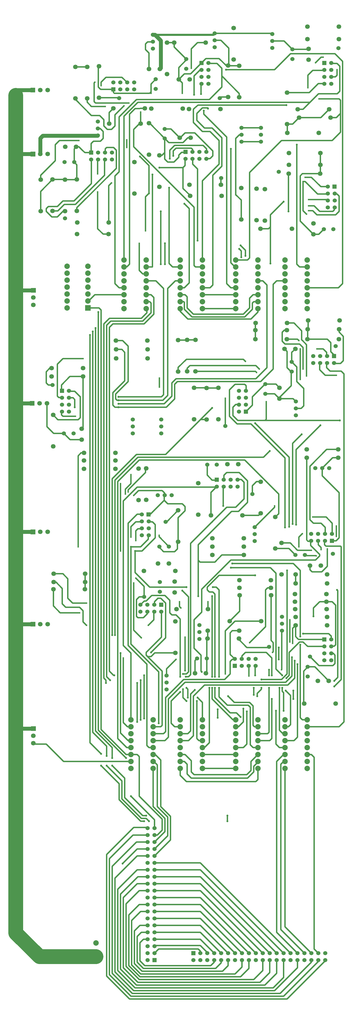
<source format=gbl>
G04 Layer: BottomLayer*
G04 EasyEDA v6.1.52, Thu, 18 Jul 2019 05:09:05 GMT*
G04 8382f10332f7419696121afc9098c204,10*
G04 Gerber Generator version 0.2*
G04 Scale: 100 percent, Rotated: No, Reflected: No *
G04 Dimensions in millimeters *
G04 leading zeros omitted , absolute positions ,3 integer and 3 decimal *
%FSLAX33Y33*%
%MOMM*%
G90*
G71D02*

%ADD12C,0.499999*%
%ADD13C,0.799998*%
%ADD14C,1.399997*%
%ADD15C,5.399989*%
%ADD17C,0.750011*%
%ADD18C,0.619760*%
%ADD19C,1.699997*%
%ADD20R,1.699997X1.699997*%
%ADD22C,1.999996*%
%ADD23R,1.524000X1.524000*%
%ADD24C,1.524000*%

%LPD*%
G54D12*
G01X71120Y39624D02*
G01X71120Y40386D01*
G01X70358Y41148D01*
G01X55880Y41148D01*
G01X54356Y39624D01*
G01X73660Y39624D02*
G01X73660Y39878D01*
G01X71120Y42418D01*
G01X54356Y42418D01*
G01X54356Y42164D01*
G01X54356Y44704D02*
G01X71120Y44704D01*
G01X76200Y39624D01*
G01X54356Y47244D02*
G01X71120Y47244D01*
G01X78740Y39624D01*
G01X54356Y49784D02*
G01X71120Y49784D01*
G01X81280Y39624D01*
G01X54356Y52324D02*
G01X71120Y52324D01*
G01X83820Y39624D01*
G01X54356Y54864D02*
G01X71120Y54864D01*
G01X86360Y39624D01*
G01X54356Y57404D02*
G01X71120Y57404D01*
G01X88900Y39624D01*
G01X54356Y59944D02*
G01X71120Y59944D01*
G01X91440Y39624D01*
G01X54356Y62484D02*
G01X71120Y62484D01*
G01X93980Y39624D01*
G01X54356Y65024D02*
G01X71120Y65024D01*
G01X96520Y39624D01*
G01X54356Y67564D02*
G01X71120Y67564D01*
G01X99060Y39624D01*
G01X54356Y70104D02*
G01X71120Y70104D01*
G01X101600Y39624D01*
G01X54356Y72644D02*
G01X71120Y72644D01*
G01X104140Y39624D01*
G01X54356Y82804D02*
G01X55372Y82804D01*
G01X57150Y84582D01*
G01X57150Y88646D01*
G01X51716Y94079D01*
G01X102108Y107188D02*
G01X102108Y49276D01*
G01X111760Y39624D01*
G01X102108Y109728D02*
G01X101600Y109728D01*
G01X100584Y108712D01*
G01X100584Y48260D01*
G01X109220Y39624D01*
G01X102108Y112268D02*
G01X101600Y112268D01*
G01X99060Y109728D01*
G01X99060Y47244D01*
G01X106680Y39624D01*
G01X110236Y112268D02*
G01X111760Y112268D01*
G01X112776Y111252D01*
G01X112776Y41148D01*
G01X114300Y39624D01*
G01X76200Y37084D02*
G01X76200Y36322D01*
G01X74930Y35052D01*
G01X50800Y35052D01*
G01X49022Y36830D01*
G01X49022Y43434D01*
G01X50292Y44704D01*
G01X51816Y44704D01*
G01X78740Y37084D02*
G01X78740Y36068D01*
G01X76708Y34036D01*
G01X50292Y34036D01*
G01X48006Y36322D01*
G01X48006Y45720D01*
G01X49530Y47244D01*
G01X51816Y47244D01*
G01X81280Y37084D02*
G01X81280Y35052D01*
G01X79248Y33020D01*
G01X49784Y33020D01*
G01X46990Y35814D01*
G01X46990Y47752D01*
G01X49022Y49784D01*
G01X51816Y49784D01*
G01X86360Y37084D02*
G01X86360Y34544D01*
G01X83820Y32004D01*
G01X49276Y32004D01*
G01X45974Y35306D01*
G01X45974Y51562D01*
G01X49276Y54864D01*
G01X51816Y54864D01*
G01X88900Y37084D02*
G01X88900Y34036D01*
G01X85852Y30988D01*
G01X49022Y30988D01*
G01X44958Y35052D01*
G01X44958Y53594D01*
G01X48768Y57404D01*
G01X51816Y57404D01*
G01X93980Y37084D02*
G01X93980Y33274D01*
G01X90678Y29972D01*
G01X48768Y29972D01*
G01X43942Y34798D01*
G01X43942Y57658D01*
G01X48768Y62484D01*
G01X51816Y62484D01*
G01X96520Y37084D02*
G01X96520Y32512D01*
G01X92964Y28956D01*
G01X48260Y28956D01*
G01X42926Y34290D01*
G01X42926Y59944D01*
G01X48006Y65024D01*
G01X51816Y65024D01*
G01X99060Y37084D02*
G01X99060Y32258D01*
G01X94742Y27940D01*
G01X47752Y27940D01*
G01X41910Y33782D01*
G01X41910Y61214D01*
G01X48260Y67564D01*
G01X51816Y67564D01*
G01X101600Y37084D02*
G01X101600Y30734D01*
G01X97790Y26924D01*
G01X47244Y26924D01*
G01X40894Y33274D01*
G01X40894Y62992D01*
G01X48006Y70104D01*
G01X51816Y70104D01*
G01X106680Y37084D02*
G01X106680Y34290D01*
G01X98298Y25908D01*
G01X46736Y25908D01*
G01X39878Y32766D01*
G01X39878Y67056D01*
G01X48006Y75184D01*
G01X51816Y75184D01*
G01X111760Y37084D02*
G01X111760Y36322D01*
G01X100330Y24892D01*
G01X46228Y24892D01*
G01X38862Y32258D01*
G01X38862Y71374D01*
G01X47752Y80264D01*
G01X51816Y80264D01*
G01X114300Y37084D02*
G01X114300Y36576D01*
G01X101600Y23876D01*
G01X45720Y23876D01*
G01X37846Y31750D01*
G01X37846Y74168D01*
G01X46482Y82804D01*
G01X51816Y82804D01*
G01X116840Y37084D02*
G01X116840Y36830D01*
G01X102870Y22860D01*
G01X45212Y22860D01*
G01X36830Y31242D01*
G01X36830Y75692D01*
G01X46736Y85598D01*
G01X51562Y85598D01*
G01X51816Y85344D01*
G01X53848Y107188D02*
G01X53848Y97790D01*
G01X53848Y97790D02*
G01X53848Y93218D01*
G01X58166Y88900D01*
G01X58166Y84074D01*
G01X54356Y80264D01*
G01X53848Y109728D02*
G01X54102Y109728D01*
G01X55372Y108458D01*
G01X55372Y98806D01*
G01X55372Y98806D02*
G01X55372Y93218D01*
G01X59182Y89408D01*
G01X59182Y82550D01*
G01X54356Y77724D01*
G01X53848Y112268D02*
G01X54610Y112268D01*
G01X56642Y110236D01*
G01X56642Y99822D01*
G01X56642Y99822D02*
G01X56642Y93218D01*
G01X60198Y89662D01*
G01X60198Y81026D01*
G01X54356Y75184D01*
G01X63754Y107188D02*
G01X63754Y104648D01*
G01X66040Y102362D01*
G01X91440Y102362D01*
G01X92202Y103124D01*
G01X92202Y107188D01*
G01X63754Y109728D02*
G01X65278Y109728D01*
G01X66294Y108712D01*
G01X66294Y105156D01*
G01X67818Y103632D01*
G01X88392Y103632D01*
G01X90678Y105918D01*
G01X90678Y107950D01*
G01X92202Y109474D01*
G01X92202Y109728D01*
G01X63754Y112268D02*
G01X65532Y112268D01*
G01X67818Y109982D01*
G01X67818Y105918D01*
G01X68834Y104902D01*
G01X88138Y104902D01*
G01X89662Y106426D01*
G01X89662Y109728D01*
G01X92202Y112268D01*
G01X81026Y87884D02*
G01X81026Y89916D01*
G01X102108Y117348D02*
G01X105410Y117348D01*
G01X106680Y118618D01*
G01X106680Y145288D01*
G01X63754Y117348D02*
G01X66802Y117348D01*
G01X68580Y119126D01*
G01X68580Y133604D01*
G01X72644Y137668D01*
G01X103124Y137668D01*
G01X105664Y140208D01*
G01X105664Y146558D01*
G01X53848Y117348D02*
G01X58166Y117348D01*
G01X59436Y118618D01*
G01X59436Y132588D01*
G01X65532Y138684D01*
G01X102362Y138684D01*
G01X104394Y140716D01*
G01X104394Y140716D02*
G01X104648Y140970D01*
G01X104648Y147828D01*
G01X102108Y119888D02*
G01X101346Y119888D01*
G01X100076Y121158D01*
G01X100076Y136652D01*
G01X92202Y119888D02*
G01X95758Y119888D01*
G01X96266Y120396D01*
G01X96266Y136652D01*
G01X96266Y141224D02*
G01X96266Y143256D01*
G01X63754Y119888D02*
G01X66548Y119888D01*
G01X67564Y120904D01*
G01X67564Y134366D01*
G01X69088Y135890D01*
G01X91186Y141224D02*
G01X91186Y144553D01*
G01X91302Y144670D01*
G01X53848Y119888D02*
G01X57658Y119888D01*
G01X58420Y120650D01*
G01X58420Y133096D01*
G01X65024Y139700D01*
G01X67310Y139700D01*
G01X92202Y122428D02*
G01X90932Y122428D01*
G01X90424Y122936D01*
G01X90424Y130048D01*
G01X89154Y131318D01*
G01X83566Y131318D01*
G01X81280Y133604D01*
G01X53848Y122428D02*
G01X56642Y122428D01*
G01X57150Y122936D01*
G01X57150Y142748D01*
G01X51313Y148584D01*
G01X63754Y122428D02*
G01X61722Y122428D01*
G01X60452Y123698D01*
G01X60452Y131826D01*
G01X63754Y135128D01*
G01X102108Y122428D02*
G01X103378Y122428D01*
G01X104140Y123190D01*
G01X104140Y133858D01*
G01X102362Y135636D01*
G01X92202Y117348D02*
G01X96520Y117348D01*
G01X97282Y118110D01*
G01X97282Y132588D01*
G01X53848Y114808D02*
G01X52324Y114808D01*
G01X51562Y115570D01*
G01X51562Y145288D01*
G01X44704Y152146D01*
G01X44704Y183388D01*
G01X71882Y107188D02*
G01X84074Y107188D01*
G01X54356Y85344D02*
G01X54356Y88392D01*
G01X45720Y97028D01*
G01X55880Y123698D02*
G01X55880Y142494D01*
G01X45720Y152654D01*
G01X45720Y188214D01*
G01X45720Y124968D02*
G01X45720Y149352D01*
G01X42926Y152146D01*
G01X42926Y204978D01*
G01X48006Y210058D01*
G01X76969Y210058D01*
G01X77078Y210164D01*
G01X45720Y114808D02*
G01X44196Y114808D01*
G01X40894Y118110D01*
G01X40894Y212090D01*
G01X48768Y219964D01*
G01X87376Y219964D01*
G01X99822Y207518D01*
G01X99822Y200406D01*
G01X67310Y139700D02*
G01X80010Y139700D01*
G01X82042Y141732D01*
G01X82042Y146304D01*
G01X82804Y147066D01*
G01X83535Y147066D01*
G01X83682Y147210D01*
G01X71882Y124968D02*
G01X71882Y131318D01*
G01X70104Y133096D01*
G01X71882Y114808D02*
G01X72644Y114808D01*
G01X74422Y116586D01*
G01X74422Y136652D01*
G01X71628Y172720D02*
G01X82296Y183388D01*
G01X106954Y183388D01*
G01X84074Y124968D02*
G01X83058Y124968D01*
G01X75438Y132588D01*
G01X75438Y136652D01*
G01X75438Y140716D02*
G01X75438Y170180D01*
G01X70358Y170180D02*
G01X70358Y188976D01*
G01X82550Y201168D01*
G01X85090Y201168D01*
G01X88392Y204470D01*
G01X88392Y212344D01*
G01X85344Y215392D01*
G01X80772Y215392D01*
G01X79756Y214376D01*
G01X79756Y212844D01*
G01X79618Y212704D01*
G01X110236Y124968D02*
G01X108458Y124968D01*
G01X107696Y125730D01*
G01X107696Y152400D01*
G01X107696Y155448D02*
G01X107696Y179578D01*
G01X105156Y182118D01*
G01X82804Y182118D01*
G01X79502Y203200D02*
G01X79502Y210047D01*
G01X79618Y210164D01*
G01X92202Y114808D02*
G01X90424Y114808D01*
G01X89408Y115824D01*
G01X89408Y129540D01*
G01X88646Y130302D01*
G01X81026Y130302D01*
G01X77978Y133350D01*
G01X77978Y136652D01*
G01X77978Y140716D02*
G01X77978Y172466D01*
G01X76962Y173482D01*
G01X75692Y173482D01*
G01X66040Y173482D02*
G01X52578Y173482D01*
G01X47244Y178816D01*
G01X47244Y186690D01*
G01X51716Y94079D02*
G01X48768Y97028D01*
G01X48768Y111506D01*
G01X48006Y112268D01*
G01X45720Y112268D01*
G01X66548Y133096D02*
G01X66548Y136144D01*
G01X66040Y136652D01*
G01X65786Y140716D02*
G01X66802Y140716D01*
G01X67564Y141478D01*
G01X67564Y172212D01*
G01X67564Y172212D02*
G01X67564Y189484D01*
G01X80772Y202692D01*
G01X84074Y202692D01*
G01X87122Y205740D01*
G01X87122Y211836D01*
G01X86106Y212852D01*
G01X84843Y212852D01*
G01X84698Y212704D01*
G01X102108Y114808D02*
G01X100076Y114808D01*
G01X98806Y116078D01*
G01X98806Y128270D01*
G01X97282Y141224D02*
G01X97282Y147574D01*
G01X95250Y149606D01*
G01X88900Y149606D01*
G01X88900Y149606D02*
G01X87630Y149606D01*
G01X86360Y148336D01*
G01X86360Y147350D01*
G01X86222Y147210D01*
G01X101092Y141224D02*
G01X98806Y143510D01*
G01X98806Y178562D01*
G01X96774Y180594D01*
G01X82296Y180594D01*
G01X110236Y122428D02*
G01X121920Y122428D01*
G01X123698Y124206D01*
G01X123698Y235440D01*
G01X122174Y234442D02*
G01X84836Y234442D01*
G01X83058Y236220D01*
G01X83058Y239268D01*
G01X84074Y240284D01*
G01X85059Y240284D01*
G01X85199Y240146D01*
G01X84074Y114808D02*
G01X86868Y114808D01*
G01X88138Y116078D01*
G01X88138Y128016D01*
G01X120142Y137160D02*
G01X122682Y139700D01*
G01X122682Y187949D01*
G01X84074Y122428D02*
G01X85090Y122428D01*
G01X86868Y124206D01*
G01X86868Y129032D01*
G01X120142Y139192D02*
G01X121412Y140462D01*
G01X121412Y172212D01*
G01X121158Y172466D01*
G01X106172Y196342D02*
G01X106172Y223774D01*
G01X115062Y232664D01*
G01X85852Y125984D02*
G01X84328Y127508D01*
G01X82042Y127508D01*
G01X76454Y133096D01*
G01X76454Y136652D01*
G01X76454Y140716D02*
G01X76454Y170644D01*
G01X76454Y170644D02*
G01X76454Y170942D01*
G01X75692Y171704D01*
G01X74422Y171704D01*
G01X73660Y172466D01*
G01X73660Y173482D01*
G01X77942Y177764D01*
G01X77978Y177800D02*
G01X91186Y177800D01*
G01X103632Y195580D02*
G01X103632Y220980D01*
G01X91186Y233426D01*
G01X77470Y125730D02*
G01X77470Y128778D01*
G01X91948Y133604D02*
G01X91948Y134620D01*
G01X93472Y136144D01*
G01X93472Y136652D01*
G01X93472Y139700D02*
G01X100838Y139700D01*
G01X102870Y141732D01*
G01X102870Y179578D01*
G01X104902Y196596D02*
G01X104902Y226060D01*
G01X108204Y229362D01*
G01X71882Y117348D02*
G01X70612Y117348D01*
G01X69850Y118110D01*
G01X69850Y131826D01*
G01X64770Y141732D02*
G01X66040Y141732D01*
G01X66802Y142494D01*
G01X66802Y169926D01*
G01X64516Y172212D01*
G01X102108Y195326D02*
G01X102108Y220726D01*
G01X89662Y233172D01*
G01X84582Y233172D01*
G01X81788Y235966D01*
G01X81788Y245618D01*
G01X83820Y247650D01*
G01X87376Y247650D01*
G01X87884Y247142D01*
G01X87884Y245371D01*
G01X87739Y245226D01*
G01X45720Y122428D02*
G01X44450Y122428D01*
G01X42926Y123952D01*
G01X42926Y147574D01*
G01X39878Y155956D02*
G01X39878Y212598D01*
G01X48260Y220980D01*
G01X94234Y220980D01*
G01X96520Y223266D01*
G01X45720Y117348D02*
G01X44704Y117348D01*
G01X41910Y120142D01*
G01X41910Y149352D01*
G01X38862Y155956D02*
G01X38862Y213106D01*
G01X47752Y221996D01*
G01X58420Y221996D01*
G01X75438Y239014D01*
G01X45720Y112268D02*
G01X43942Y112268D01*
G01X34798Y121412D01*
G01X34798Y274828D01*
G01X34036Y275590D01*
G01X29972Y275590D01*
G01X43180Y280416D02*
G01X32512Y280416D01*
G01X30099Y278003D01*
G01X29972Y278130D01*
G01X48006Y124206D02*
G01X48006Y138430D01*
G01X49276Y124968D02*
G01X49276Y139446D01*
G01X50546Y125476D02*
G01X50546Y141224D01*
G01X36576Y138430D02*
G01X36576Y139446D01*
G01X35814Y140208D01*
G01X35814Y269748D01*
G01X37846Y271780D01*
G01X49530Y271780D01*
G01X51562Y273812D01*
G01X51562Y275082D01*
G01X51308Y275336D01*
G01X38100Y139446D02*
G01X36830Y140716D01*
G01X36830Y269240D01*
G01X38354Y270764D01*
G01X50038Y270764D01*
G01X53086Y273812D01*
G01X53086Y277368D01*
G01X52578Y277876D01*
G01X51308Y277876D01*
G01X39624Y141224D02*
G01X39370Y141224D01*
G01X37846Y142748D01*
G01X37846Y268478D01*
G01X39116Y269748D01*
G01X50546Y269748D01*
G01X54102Y273304D01*
G01X54102Y279400D01*
G01X53086Y280416D01*
G01X51308Y280416D01*
G01X63754Y280416D02*
G01X65532Y280416D01*
G01X66294Y279654D01*
G01X66294Y275590D01*
G01X68580Y273304D01*
G01X86868Y273304D01*
G01X89154Y275590D01*
G01X89154Y279146D01*
G01X90424Y280416D01*
G01X92202Y280416D01*
G01X63754Y277876D02*
G01X65024Y277876D01*
G01X65278Y277622D01*
G01X65278Y275082D01*
G01X67564Y272796D01*
G01X68072Y272288D01*
G01X87376Y272288D01*
G01X90170Y275082D01*
G01X90170Y277368D01*
G01X90678Y277876D01*
G01X92202Y277876D01*
G01X63754Y275336D02*
G01X63754Y274320D01*
G01X66548Y271526D01*
G01X89662Y271526D01*
G01X92202Y274066D01*
G01X92202Y275336D01*
G01X43942Y110998D02*
G01X33782Y121158D01*
G01X33782Y274066D01*
G01X51308Y89916D02*
G01X50038Y89916D01*
G01X43434Y96520D01*
G01X43434Y103632D01*
G01X38862Y108204D01*
G01X38862Y110998D02*
G01X38862Y114808D01*
G01X32766Y120904D01*
G01X32766Y268224D01*
G01X71882Y275336D02*
G01X84074Y275336D01*
G01X49530Y88900D02*
G01X42418Y96012D01*
G01X42418Y102616D01*
G01X36830Y108204D01*
G01X36830Y111760D02*
G01X36830Y115316D01*
G01X31750Y120396D01*
G01X31750Y266954D01*
G01X50546Y87884D02*
G01X49276Y87884D01*
G01X41402Y95758D01*
G01X41402Y101600D01*
G01X34798Y108204D01*
G01X34798Y112522D02*
G01X30734Y116586D01*
G01X30734Y265684D01*
G01X51308Y285496D02*
G01X54864Y285496D01*
G01X57658Y282702D01*
G01X57658Y243840D01*
G01X56896Y243078D01*
G01X41148Y243078D01*
G01X63754Y285496D02*
G01X61976Y285496D01*
G01X59182Y282702D01*
G01X59182Y243586D01*
G01X57404Y241808D01*
G01X41148Y241808D01*
G01X92202Y285496D02*
G01X93980Y285496D01*
G01X95504Y283972D01*
G01X95504Y253746D01*
G01X91440Y249682D01*
G01X62230Y249682D01*
G01X60706Y248158D01*
G01X60706Y243332D01*
G01X57912Y240538D01*
G01X41148Y240538D01*
G01X102108Y285496D02*
G01X99060Y285496D01*
G01X97790Y284226D01*
G01X97790Y253238D01*
G01X93218Y248666D01*
G01X62738Y248666D01*
G01X61722Y247650D01*
G01X61722Y242316D01*
G01X58674Y239268D01*
G01X41148Y239268D01*
G01X43180Y293116D02*
G01X43180Y345694D01*
G01X48260Y350774D01*
G01X111252Y350774D01*
G01X114383Y353905D01*
G01X43180Y282956D02*
G01X41402Y282956D01*
G01X39878Y284480D01*
G01X39878Y323850D01*
G01X41402Y325374D01*
G01X41402Y345440D01*
G01X47752Y351790D01*
G01X74422Y351790D01*
G01X78994Y356362D01*
G01X78994Y363220D01*
G01X77216Y364998D01*
G01X74198Y364998D01*
G01X74061Y365135D01*
G01X43180Y290576D02*
G01X44196Y290576D01*
G01X45212Y291592D01*
G01X45212Y345991D01*
G01X110236Y282956D02*
G01X121666Y282956D01*
G01X123190Y284480D01*
G01X123190Y365760D01*
G01X120396Y368554D01*
G01X104140Y368554D01*
G01X98298Y362712D01*
G01X80518Y362712D01*
G01X110236Y290576D02*
G01X107442Y290576D01*
G01X106426Y291592D01*
G01X106426Y335280D01*
G01X84074Y293116D02*
G01X88392Y293116D01*
G01X89154Y293878D01*
G01X89154Y325120D01*
G01X100838Y336804D01*
G01X119380Y336804D01*
G01X122428Y339852D01*
G01X122428Y351363D01*
G01X84074Y290576D02*
G01X83820Y290576D01*
G01X82296Y292100D01*
G01X82296Y333756D01*
G01X84074Y282956D02*
G01X82296Y282956D01*
G01X80772Y284480D01*
G01X80772Y338074D01*
G01X76200Y342646D01*
G01X72390Y346456D01*
G01X72390Y347726D01*
G01X68834Y353568D02*
G01X68834Y360426D01*
G01X71120Y362712D01*
G01X71404Y362712D01*
G01X71521Y362595D01*
G01X71882Y293116D02*
G01X71882Y322072D01*
G01X77978Y328168D01*
G01X77978Y336804D01*
G01X74676Y340106D01*
G01X71882Y340106D01*
G01X68580Y343408D01*
G01X68580Y348234D01*
G01X68961Y348615D01*
G01X70231Y349758D01*
G01X70231Y349758D02*
G01X102616Y349758D01*
G01X71882Y290576D02*
G01X69342Y290576D01*
G01X68834Y291084D01*
G01X68834Y312420D01*
G01X46736Y334518D01*
G01X46736Y340868D01*
G01X71882Y282956D02*
G01X74676Y282956D01*
G01X75692Y283972D01*
G01X75692Y324104D01*
G01X78994Y327406D01*
G01X78994Y337820D01*
G01X78994Y337820D02*
G01X75438Y341376D01*
G01X72644Y341376D01*
G01X69850Y344170D01*
G01X69850Y346710D01*
G01X71882Y348742D01*
G01X73914Y348742D01*
G01X73914Y348488D01*
G01X71374Y353822D02*
G01X71374Y357367D01*
G01X71521Y357515D01*
G01X51308Y290576D02*
G01X53594Y290576D01*
G01X53594Y324358D01*
G01X56134Y326898D02*
G01X64770Y326898D01*
G01X65532Y327660D01*
G01X65532Y329938D01*
G01X65648Y330052D01*
G01X51308Y288036D02*
G01X50038Y288036D01*
G01X48768Y289306D01*
G01X48768Y299212D01*
G01X56642Y291592D02*
G01X56642Y310896D01*
G01X58166Y291592D02*
G01X58166Y299212D01*
G01X63754Y290576D02*
G01X60960Y290576D01*
G01X59690Y291846D01*
G01X59690Y319532D01*
G01X59944Y330200D02*
G01X59944Y333248D01*
G01X61722Y335026D01*
G01X72136Y335026D01*
G01X73406Y333756D01*
G01X73406Y332732D01*
G01X73268Y332595D01*
G01X63754Y282956D02*
G01X65278Y282956D01*
G01X67056Y284734D01*
G01X67056Y311912D01*
G01X65278Y313690D01*
G01X61214Y331216D02*
G01X61214Y332994D01*
G01X62230Y334010D01*
G01X67818Y334010D01*
G01X68326Y333502D01*
G01X68326Y332732D01*
G01X68188Y332592D01*
G01X87630Y294640D02*
G01X87630Y296672D01*
G01X85852Y298450D01*
G01X96774Y291846D02*
G01X96774Y309626D01*
G01X101600Y314452D01*
G01X86106Y294132D02*
G01X86106Y296418D01*
G01X85344Y297180D01*
G01X70104Y300228D02*
G01X70104Y326390D01*
G01X68326Y328168D01*
G01X68326Y329915D01*
G01X68188Y330052D01*
G01X52324Y317500D02*
G01X52324Y327660D01*
G01X49022Y330962D01*
G01X106728Y348213D02*
G01X108691Y348213D01*
G01X112014Y351536D01*
G01X85364Y352600D02*
G01X85364Y353992D01*
G01X78994Y360362D01*
G01X58102Y341030D02*
G01X60370Y341030D01*
G01X63581Y337820D01*
G01X63578Y337820D02*
G01X63754Y337820D01*
G01X65532Y339598D01*
G01X69088Y339598D01*
G01X75692Y332994D01*
G01X75692Y331216D01*
G01X74676Y330200D01*
G01X73413Y330200D01*
G01X73268Y330055D01*
G01X67358Y316504D02*
G01X67358Y316689D01*
G01X64770Y319278D01*
G01X64770Y326898D01*
G01X64785Y326913D01*
G01X103378Y310896D02*
G01X103378Y324584D01*
G01X103426Y324632D01*
G01X104584Y252313D02*
G01X104302Y252313D01*
G01X102870Y253746D01*
G01X102870Y259668D01*
G01X101934Y260604D01*
G01X94931Y244185D02*
G01X98284Y244185D01*
G01X100076Y242394D01*
G01X100076Y242394D02*
G01X100076Y242824D01*
G01X104394Y247142D01*
G01X104394Y252122D01*
G01X104584Y252313D01*
G01X73426Y234744D02*
G01X71274Y234744D01*
G01X71221Y234797D01*
G01X27686Y227408D02*
G01X23445Y227408D01*
G01X21173Y229680D01*
G01X74978Y199664D02*
G01X74978Y208066D01*
G01X77078Y210164D01*
G01X109382Y185230D02*
G01X109382Y185003D01*
G01X113446Y185003D01*
G01X113538Y184912D01*
G01X69169Y141986D02*
G01X69169Y146608D01*
G01X69941Y147383D01*
G01X85295Y157500D02*
G01X82824Y157500D01*
G01X82042Y156718D01*
G01X82042Y148851D01*
G01X83682Y147210D01*
G01X61996Y149400D02*
G01X54404Y149400D01*
G01X53086Y148082D01*
G01X51816Y148082D01*
G01X51584Y148313D01*
G01X51816Y77724D02*
G01X48006Y77724D01*
G01X42672Y72390D01*
G54D15*
G01X32941Y38313D02*
G01X12232Y38313D01*
G01X3556Y46990D01*
G01X3556Y353314D01*
G54D14*
G01X9839Y355239D02*
G01X3959Y355239D01*
G01X3556Y354838D01*
G01X9839Y331828D02*
G01X4015Y331828D01*
G01X3556Y331370D01*
G01X10012Y282006D02*
G01X3802Y282006D01*
G01X3556Y281759D01*
G01X9839Y193652D02*
G01X3919Y193652D01*
G01X3556Y193291D01*
G01X9839Y159913D02*
G01X5473Y159913D01*
G01X3556Y157995D01*
G01X10012Y121732D02*
G01X3723Y121732D01*
G01X3556Y121564D01*
G01X9585Y240685D02*
G01X3566Y240685D01*
G01X3556Y240675D01*
G54D12*
G01X21173Y229680D02*
G01X17400Y229680D01*
G01X14924Y232156D01*
G01X58102Y337530D02*
G01X58102Y330009D01*
G01X59182Y328930D01*
G01X61468Y328930D01*
G01X63246Y330708D01*
G01X63246Y331470D01*
G01X64262Y332486D01*
G01X65542Y332486D01*
G01X65648Y332592D01*
G01X45720Y109728D02*
G01X21082Y109728D01*
G01X14732Y116078D01*
G01X10325Y116078D01*
G01X10012Y116392D01*
G01X14925Y232156D02*
G01X14925Y240685D01*
G01X71882Y112268D02*
G01X84074Y112268D01*
G01X71882Y280416D02*
G01X84074Y280416D01*
G01X66040Y131826D02*
G01X64770Y133096D01*
G01X64770Y136144D01*
G01X90678Y134112D02*
G01X90678Y136652D01*
G01X101600Y128270D02*
G01X101600Y134874D01*
G01X101092Y135382D01*
G01X101092Y136652D01*
G01X99822Y200406D02*
G01X99822Y200337D01*
G01X98572Y199087D01*
G01X45212Y345991D02*
G01X45212Y346456D01*
G01X47244Y348488D01*
G01X50751Y348508D01*
G01X49530Y88900D02*
G01X51308Y88900D01*
G01X52324Y87884D01*
G01X100910Y157548D02*
G01X100910Y143328D01*
G01X100838Y143256D01*
G01X71628Y172720D02*
G01X71628Y164338D01*
G01X68834Y161544D01*
G01X68834Y151130D01*
G01X71374Y148590D01*
G01X71374Y142748D01*
G01X71628Y142494D01*
G01X73795Y157500D02*
G01X73795Y154753D01*
G01X73708Y154665D01*
G01X73442Y147384D02*
G01X73442Y142276D01*
G01X73168Y142002D01*
G01X73442Y147384D02*
G01X73442Y154399D01*
G01X73708Y154665D01*
G01X76381Y375988D02*
G01X97209Y375988D01*
G01X97463Y375734D01*
G54D13*
G01X53775Y375480D02*
G01X75873Y375480D01*
G01X76381Y375988D01*
G54D14*
G01X53775Y375480D02*
G01X54541Y375480D01*
G01X56642Y373380D01*
G01X56642Y363299D01*
G01X56308Y362966D01*
G54D12*
G01X76381Y373448D02*
G01X78671Y373448D01*
G01X81534Y370586D01*
G01X81534Y364462D01*
G01X81259Y364187D01*
G01X85364Y364100D02*
G01X81347Y364100D01*
G01X81259Y364187D01*
G01X81259Y364187D02*
G01X80566Y364187D01*
G01X77978Y366776D01*
G01X73160Y366776D01*
G01X71520Y365135D01*
G01X71520Y365135D02*
G01X71511Y365135D01*
G01X67564Y361188D01*
G01X65278Y361188D01*
G01X63229Y359139D01*
G01X61516Y372597D02*
G01X61516Y371018D01*
G01X65976Y366557D01*
G01X65975Y366558D02*
G01X65975Y366203D01*
G01X63246Y363474D01*
G01X63246Y359156D01*
G01X63229Y359139D01*
G54D14*
G01X12510Y331829D02*
G01X12510Y337630D01*
G01X13462Y338582D01*
G01X33532Y338582D01*
G01X33600Y338650D01*
G54D12*
G01X17038Y322531D02*
G01X21482Y322531D01*
G01X21569Y322444D01*
G01X21569Y322444D02*
G01X25840Y322444D01*
G01X25928Y322531D01*
G01X25928Y322531D02*
G01X25928Y327865D01*
G01X24928Y328865D01*
G01X24928Y328865D02*
G01X24928Y333760D01*
G01X25670Y334501D01*
G01X86178Y341444D02*
G01X93290Y341444D01*
G01X86178Y336364D02*
G01X93290Y336364D01*
G01X115013Y332211D02*
G01X115013Y327893D01*
G01X115013Y327893D01*
G01X115013Y327893D02*
G01X115013Y324720D01*
G01X114926Y324632D01*
G01X112505Y302497D02*
G01X114437Y302497D01*
G01X116295Y304356D01*
G01X86178Y338904D02*
G01X85412Y338904D01*
G01X84074Y337566D01*
G01X84074Y316992D01*
G01X67580Y337803D02*
G01X66531Y337803D01*
G01X64770Y336042D01*
G01X59589Y336042D01*
G01X58101Y337529D01*
G01X52344Y343105D02*
G01X52525Y343105D01*
G01X58101Y337529D01*
G01X110538Y270997D02*
G01X110538Y267902D01*
G01X110371Y267736D01*
G01X110371Y267736D02*
G01X110371Y264227D01*
G01X110284Y264139D01*
G01X104584Y255813D02*
G01X104584Y259270D01*
G01X105934Y260620D01*
G01X94931Y247686D02*
G01X98769Y247686D01*
G01X100060Y246395D01*
G01X68813Y246331D02*
G01X73338Y246331D01*
G01X73426Y246244D01*
G01X73426Y246244D02*
G01X77616Y246244D01*
G01X77703Y246331D01*
G01X94931Y247686D02*
G01X94778Y247686D01*
G01X90170Y243078D01*
G01X90170Y240037D01*
G01X87739Y237606D01*
G01X100076Y242396D02*
G01X105071Y242396D01*
G01X106099Y241368D01*
G01X105966Y174772D02*
G01X105966Y178074D01*
G01X56097Y188278D02*
G01X56097Y187996D01*
G01X57658Y186436D01*
G01X61722Y186436D01*
G01X62738Y187452D01*
G01X62738Y189806D01*
G01X62971Y190040D01*
G01X62971Y190040D02*
G01X62971Y198861D01*
G01X65532Y201422D01*
G01X65532Y202946D01*
G01X64516Y203962D01*
G01X59182Y203962D01*
G01X57912Y205232D01*
G01X57912Y206896D01*
G01X58097Y207082D01*
G01X73623Y218250D02*
G01X73623Y214412D01*
G01X75438Y212598D01*
G01X76970Y212598D01*
G01X77078Y212705D01*
G01X86478Y199664D02*
G01X92407Y199664D01*
G01X93197Y200454D01*
G01X98298Y203200D02*
G01X98298Y202687D01*
G01X91004Y195394D01*
G01X98572Y187587D02*
G01X103524Y187587D01*
G01X105881Y185230D01*
G01X118736Y345165D02*
G01X120914Y345165D01*
G01X122428Y346679D01*
G01X107236Y345165D02*
G01X115180Y345165D01*
G01X118228Y348213D01*
G01X102849Y342781D02*
G01X104851Y342781D01*
G01X107236Y345165D01*
G01X64516Y354076D02*
G01X64516Y357853D01*
G01X63229Y359139D01*
G01X58907Y372569D02*
G01X61488Y372569D01*
G01X61516Y372597D01*
G01X37727Y342920D02*
G01X37727Y346984D01*
G01X39251Y348508D01*
G01X53086Y354076D02*
G01X53086Y357478D01*
G01X54799Y359192D01*
G01X25379Y363679D02*
G01X29697Y363679D01*
G01X102918Y339577D02*
G01X102918Y342713D01*
G01X102849Y342781D01*
G01X51054Y303784D02*
G01X51054Y316230D01*
G01X52324Y317500D01*
G01X107696Y309626D02*
G01X107696Y307307D01*
G01X112505Y302497D01*
G01X93099Y304525D02*
G01X96111Y304525D01*
G01X96774Y305188D01*
G01X109982Y309880D02*
G01X108712Y311150D01*
G01X108712Y321818D01*
G01X56113Y331334D02*
G01X57043Y331334D01*
G01X58102Y332392D01*
G01X86085Y307896D02*
G01X86085Y314980D01*
G01X84074Y316992D01*
G01X40267Y260370D02*
G01X42397Y260370D01*
G01X43434Y259334D01*
G01X43434Y248920D01*
G01X39116Y244602D01*
G01X39116Y240030D01*
G01X39878Y239268D01*
G01X41148Y239268D01*
G01X40180Y263631D02*
G01X42692Y263631D01*
G01X44704Y261620D01*
G01X44704Y248666D01*
G01X40132Y244094D01*
G01X40132Y242316D01*
G01X40640Y241808D01*
G01X41148Y241808D01*
G01X63012Y263770D02*
G01X66186Y263770D01*
G01X66273Y263857D01*
G01X66273Y263857D02*
G01X69321Y263857D01*
G01X69321Y252357D02*
G01X91304Y252357D01*
G01X91694Y251968D01*
G01X66273Y252357D02*
G01X66273Y253471D01*
G01X67310Y254508D01*
G01X91440Y254508D01*
G01X92710Y253238D01*
G01X95250Y241300D02*
G01X95250Y234861D01*
G01X94830Y234442D01*
G01X63012Y252270D02*
G01X63012Y253766D01*
G01X66040Y256794D01*
G01X86868Y256794D01*
G01X87630Y256032D01*
G01X91234Y264139D02*
G01X91234Y267441D01*
G01X91234Y267441D02*
G01X91234Y269934D01*
G01X91321Y270022D01*
G01X102821Y270022D02*
G01X105389Y270022D01*
G01X108204Y267208D01*
G01X108204Y263906D01*
G01X108417Y263692D01*
G01X109982Y260604D02*
G01X109982Y250698D01*
G01X102734Y264139D02*
G01X106700Y264139D01*
G01X107188Y263652D01*
G01X107696Y260604D02*
G01X107696Y249428D01*
G01X58097Y207082D02*
G01X58097Y207840D01*
G01X57150Y208788D01*
G01X48514Y208788D01*
G01X46736Y207010D01*
G01X44704Y208280D02*
G01X44704Y209042D01*
G01X51054Y215392D01*
G01X51054Y216593D01*
G01X51328Y216867D01*
G01X41910Y211328D02*
G01X41910Y186690D01*
G01X86986Y185186D02*
G01X79014Y185186D01*
G01X76454Y182626D01*
G01X71004Y182626D01*
G01X70358Y183272D01*
G01X121530Y220746D02*
G01X119513Y220746D01*
G01X115755Y216988D01*
G01X121528Y223794D02*
G01X117368Y223794D01*
G01X111252Y217678D01*
G01X111252Y199136D01*
G01X110425Y144308D02*
G01X110425Y144207D01*
G01X108966Y142748D01*
G01X108966Y130965D01*
G01X109101Y130830D01*
G01X104902Y152908D02*
G01X104902Y158427D01*
G01X105966Y159491D01*
G01X85479Y170454D02*
G01X85479Y164659D01*
G01X81836Y161015D01*
G01X96979Y170454D02*
G01X96979Y153972D01*
G01X97790Y153162D01*
G01X97790Y149860D01*
G01X97536Y149606D01*
G01X96890Y173207D02*
G01X95737Y173207D01*
G01X94996Y172466D01*
G01X94996Y159004D01*
G01X89154Y153162D01*
G01X103886Y161544D02*
G01X103886Y153416D01*
G01X64008Y165862D02*
G01X63500Y166370D01*
G01X63500Y168148D01*
G01X73914Y168148D02*
G01X73914Y165422D01*
G01X73865Y165374D01*
G01X28907Y178328D02*
G01X28907Y175280D01*
G01X28907Y175280D02*
G01X28907Y172787D01*
G01X28820Y172699D01*
G01X17320Y172699D02*
G01X17320Y166575D01*
G01X19812Y164084D01*
G01X26924Y164084D01*
G01X46736Y175006D02*
G01X46736Y167386D01*
G01X28496Y222524D02*
G01X27452Y222524D01*
G01X26416Y221488D01*
G01X26416Y188214D01*
G01X56134Y249936D02*
G01X56134Y246634D01*
G01X58746Y141155D02*
G01X58746Y143582D01*
G01X62230Y147066D01*
G01X99822Y151384D02*
G01X99822Y147066D01*
G01X119018Y149235D02*
G01X119750Y149235D01*
G01X120396Y148590D01*
G01X120396Y145542D01*
G01X119634Y144780D01*
G01X114554Y144780D01*
G01X111252Y148082D01*
G01X117212Y168127D02*
G01X119400Y168127D01*
G01X120650Y166878D01*
G01X120650Y152400D01*
G01X120142Y151892D01*
G01X119134Y151892D01*
G01X119018Y151775D01*
G01X105966Y159491D02*
G01X105966Y155399D01*
G01X106680Y154686D01*
G01X107050Y154315D01*
G01X116478Y154315D01*
G01X110425Y144308D02*
G01X113025Y144308D01*
G01X118126Y139208D01*
G01X108712Y156464D02*
G01X118110Y156464D01*
G01X118872Y155702D01*
G01X119018Y154315D02*
G01X119018Y155555D01*
G01X118872Y155702D01*
G01X112522Y162814D02*
G01X112522Y165862D01*
G01X114808Y168148D01*
G01X117192Y168148D01*
G01X117212Y168127D01*
G01X116479Y151775D02*
G01X110352Y151775D01*
G01X108712Y153416D01*
G01X107442Y153416D01*
G01X103632Y149606D01*
G01X103632Y141478D01*
G01X103632Y141478D02*
G01X103632Y141224D01*
G01X102616Y140208D01*
G01X105156Y135636D02*
G01X105156Y132588D01*
G01X49530Y154940D02*
G01X46736Y157734D01*
G01X46736Y167386D01*
G01X51313Y148584D02*
G01X51313Y149611D01*
G01X56896Y155194D01*
G01X56896Y164330D01*
G01X56779Y164447D01*
G01X53086Y149606D02*
G01X58420Y154940D01*
G01X58420Y167640D01*
G01X56642Y169418D01*
G01X55626Y169418D01*
G01X55626Y169418D02*
G01X54356Y168148D01*
G01X54356Y167101D01*
G01X54239Y166987D01*
G01X17407Y175280D02*
G01X18267Y175280D01*
G01X20574Y172974D01*
G01X20574Y167386D01*
G01X21844Y166116D01*
G01X26924Y166116D01*
G01X28194Y164846D01*
G01X28194Y160782D01*
G01X29464Y159512D01*
G01X17407Y178328D02*
G01X20807Y178328D01*
G01X22606Y176530D01*
G01X22606Y169418D01*
G01X24384Y167640D01*
G01X29464Y167640D01*
G01X29464Y167640D01*
G01X51699Y164447D02*
G01X51699Y163713D01*
G01X50292Y162306D01*
G01X48260Y162306D01*
G01X47752Y162814D01*
G01X47752Y168910D01*
G01X48768Y169926D01*
G01X50546Y169926D01*
G01X50546Y169926D02*
G01X50546Y173736D01*
G01X47498Y176784D01*
G01X63754Y140716D02*
G01X63754Y161798D01*
G01X62230Y163322D01*
G01X60706Y163322D01*
G01X59944Y164084D01*
G01X59944Y168656D01*
G01X58166Y170434D01*
G01X53340Y170434D01*
G01X51308Y168402D01*
G01X50576Y168402D01*
G01X49159Y166987D01*
G01X52070Y159512D02*
G01X54102Y161544D01*
G01X54102Y164308D01*
G01X54239Y164445D01*
G01X65532Y143002D02*
G01X65532Y155194D01*
G01X122682Y187949D02*
G01X122682Y188214D01*
G01X122428Y188468D01*
G01X117094Y188468D01*
G01X116586Y188976D01*
G01X116586Y190254D01*
G01X116723Y190392D01*
G01X100817Y189602D02*
G01X104021Y189602D01*
G01X106680Y186944D01*
G01X111760Y186944D01*
G01X115755Y216987D02*
G01X115755Y214190D01*
G01X121920Y208026D01*
G01X121920Y191516D01*
G01X120904Y190500D01*
G01X120756Y190390D01*
G01X119263Y190390D01*
G01X110030Y220746D02*
G01X110030Y190705D01*
G01X110490Y190246D01*
G01X111497Y190246D01*
G01X111643Y190392D01*
G01X106954Y183388D02*
G01X113284Y183388D01*
G01X114808Y184912D01*
G01X114808Y185420D01*
G01X111506Y188722D01*
G01X111506Y190254D01*
G01X111643Y190392D01*
G01X111252Y199136D02*
G01X111252Y198120D01*
G01X112522Y196850D01*
G01X115316Y196850D01*
G01X116840Y195326D01*
G01X116840Y193047D01*
G01X116723Y192930D01*
G01X112219Y199087D02*
G01X117142Y199087D01*
G01X119380Y196850D01*
G01X119380Y193048D01*
G01X119263Y192932D01*
G01X111236Y181371D02*
G01X111236Y179847D01*
G01X112014Y179070D01*
G01X115570Y179070D01*
G01X117602Y181102D01*
G01X117602Y187452D01*
G01X117602Y187452D01*
G01X107188Y188214D02*
G01X107188Y191770D01*
G01X108458Y193040D01*
G01X115316Y187198D02*
G01X115316Y187960D01*
G01X114300Y188976D01*
G01X114300Y190275D01*
G01X114183Y190392D01*
G01X120904Y195834D02*
G01X120904Y192024D01*
G01X52176Y200035D02*
G01X52715Y200035D01*
G01X57912Y205232D01*
G01X45720Y214630D02*
G01X45720Y211328D01*
G01X43688Y209296D01*
G01X43688Y207518D01*
G01X47244Y186690D02*
G01X49784Y186690D01*
G01X54610Y191516D01*
G01X54610Y196342D01*
G01X53594Y197358D01*
G01X52315Y197358D01*
G01X52177Y197495D01*
G01X45720Y188214D02*
G01X49276Y188214D01*
G01X52070Y191008D01*
G01X52070Y192307D01*
G01X52177Y192415D01*
G01X44704Y183388D02*
G01X44704Y196850D01*
G01X48006Y200152D01*
G01X49521Y200152D01*
G01X49637Y200035D01*
G01X47498Y190500D02*
G01X47498Y194056D01*
G01X48260Y194818D01*
G01X49500Y194818D01*
G01X49637Y194955D01*
G01X58420Y197358D02*
G01X58789Y197358D01*
G01X62971Y201540D01*
G01X55996Y192394D02*
G01X55996Y191879D01*
G01X59598Y188278D01*
G01X45720Y191770D02*
G01X45720Y195580D01*
G01X47498Y197358D01*
G01X49500Y197358D01*
G01X49637Y197495D01*
G01X123698Y235440D02*
G01X123698Y251460D01*
G01X122682Y252476D01*
G01X118618Y252476D01*
G01X117348Y253746D01*
G01X117348Y255240D01*
G01X117485Y255377D01*
G01X120904Y250952D02*
G01X116840Y250952D01*
G01X114808Y252984D01*
G01X114808Y255240D01*
G01X114945Y255377D01*
G01X121871Y267736D02*
G01X121871Y266748D01*
G01X123444Y265176D01*
G01X123444Y256286D01*
G01X122428Y255270D01*
G01X120134Y255270D01*
G01X120025Y255379D01*
G01X106099Y238828D02*
G01X108018Y238828D01*
G01X108966Y239776D01*
G01X108966Y246126D01*
G01X106426Y248666D01*
G01X106426Y253972D01*
G01X104583Y255814D01*
G01X110284Y264139D02*
G01X117622Y264139D01*
G01X118872Y262890D01*
G01X118872Y259588D01*
G01X119380Y259080D01*
G01X120025Y258434D01*
G01X120025Y257917D01*
G01X102732Y267441D02*
G01X101833Y267441D01*
G01X101092Y266700D01*
G01X101092Y263398D01*
G01X102108Y262382D01*
G01X107442Y262382D01*
G01X108712Y261112D01*
G01X108712Y253238D01*
G01X108417Y263692D02*
G01X109982Y262128D01*
G01X109982Y260604D01*
G01X113792Y260604D02*
G01X116078Y260604D01*
G01X117348Y259334D01*
G01X117348Y258055D01*
G01X117485Y257917D01*
G01X28145Y250464D02*
G01X23388Y250464D01*
G01X20320Y247396D01*
G01X20320Y245247D01*
G01X20467Y245247D01*
G01X28194Y257048D02*
G01X20828Y257048D01*
G01X18796Y255016D01*
G01X18796Y243332D01*
G01X19304Y242824D01*
G01X20350Y242824D01*
G01X20466Y242707D01*
G01X16645Y253512D02*
G01X16022Y253512D01*
G01X14732Y252222D01*
G01X14732Y248158D01*
G01X15494Y247396D01*
G01X17018Y247396D01*
G01X27178Y243078D02*
G01X25146Y245110D01*
G01X23144Y245110D01*
G01X23006Y245247D01*
G01X23006Y242707D02*
G01X24500Y242707D01*
G01X25146Y242062D01*
G01X25146Y239268D01*
G01X27178Y243078D02*
G01X27178Y235458D01*
G01X26416Y234696D01*
G01X18981Y234696D01*
G01X17251Y236425D01*
G01X28145Y250464D02*
G01X28145Y231885D01*
G01X27669Y231410D01*
G01X25400Y235966D02*
G01X20828Y235966D01*
G01X20320Y236474D01*
G01X20320Y237481D01*
G01X20466Y237627D01*
G01X33600Y341190D02*
G01X34475Y341190D01*
G01X35560Y340106D01*
G01X35560Y337566D01*
G01X34544Y336550D01*
G01X32004Y336550D01*
G01X31242Y335788D01*
G01X31104Y335650D01*
G01X31104Y332341D01*
G01X25670Y334501D02*
G01X26686Y334501D01*
G01X27940Y333248D01*
G01X28846Y332341D01*
G01X31104Y332341D01*
G01X12679Y322444D02*
G01X12679Y324083D01*
G01X18034Y329438D01*
G01X18034Y335280D01*
G01X19558Y336804D01*
G01X26670Y336804D01*
G01X25928Y311031D02*
G01X25928Y312186D01*
G01X40386Y326644D01*
G01X40386Y333248D01*
G01X39370Y334264D01*
G01X36830Y334264D01*
G01X36322Y333756D01*
G01X36322Y332477D01*
G01X36184Y332339D01*
G01X17038Y311031D02*
G01X18931Y311031D01*
G01X21336Y313436D01*
G01X25400Y313436D01*
G01X36068Y324104D01*
G01X36068Y329683D01*
G01X36184Y329799D01*
G01X21569Y310944D02*
G01X20876Y310944D01*
G01X18796Y308864D01*
G01X16764Y308864D01*
G01X14732Y310896D01*
G01X14732Y311912D01*
G01X15494Y312674D01*
G01X18796Y312674D01*
G01X20828Y314706D01*
G01X24892Y314706D01*
G01X31242Y321056D01*
G01X31242Y329662D01*
G01X31104Y329799D01*
G01X12679Y310944D02*
G01X12679Y318173D01*
G01X17038Y322531D01*
G01X37456Y302534D02*
G01X35539Y302534D01*
G01X33528Y304546D01*
G01X33528Y318008D01*
G01X33528Y324612D02*
G01X33528Y329683D01*
G01X33644Y329799D01*
G01X37543Y306811D02*
G01X37543Y320245D01*
G01X38608Y321310D01*
G01X44196Y334264D02*
G01X44196Y337058D01*
G01X110744Y315214D02*
G01X117339Y315214D01*
G01X117709Y314843D01*
G01X117709Y319923D02*
G01X115178Y319923D01*
G01X111760Y323342D01*
G01X109474Y323342D01*
G01X110744Y311150D02*
G01X112268Y311150D01*
G01X113792Y309626D01*
G01X120650Y309626D01*
G01X121920Y310896D01*
G01X121920Y316484D01*
G01X121158Y317246D01*
G01X120387Y317246D01*
G01X120249Y317383D01*
G01X110744Y312928D02*
G01X112776Y312928D01*
G01X114808Y310896D01*
G01X119634Y310896D01*
G01X120142Y311404D01*
G01X120142Y312195D01*
G01X120249Y312303D01*
G01X108712Y321818D02*
G01X109474Y321818D01*
G01X114046Y317246D01*
G01X117572Y317246D01*
G01X117709Y317383D01*
G01X114924Y324632D02*
G01X108478Y324632D01*
G01X107696Y323850D01*
G01X107696Y309626D01*
G01X102849Y354281D02*
G01X110949Y354281D01*
G01X114300Y357632D01*
G01X116361Y357632D01*
G01X116478Y357515D01*
G01X104837Y370114D02*
G01X110494Y370114D01*
G01X110727Y370348D01*
G01X97463Y373194D02*
G01X101757Y373194D01*
G01X104837Y370114D01*
G01X122428Y351363D02*
G01X122428Y351536D01*
G01X121920Y352044D01*
G01X114554Y352044D01*
G01X114383Y353905D02*
G01X121241Y353905D01*
G01X122174Y354838D01*
G01X122174Y363982D01*
G01X121158Y364998D01*
G01X119155Y364998D01*
G01X119018Y365135D01*
G01X110490Y356108D02*
G01X110490Y360680D01*
G01X112268Y362458D01*
G01X116340Y362458D01*
G01X116478Y362595D01*
G01X116078Y367284D02*
G01X115316Y367284D01*
G01X113284Y365252D01*
G01X119018Y360055D02*
G01X120533Y360055D01*
G01X121158Y360680D01*
G01X121158Y362712D01*
G01X39232Y355498D02*
G01X39232Y354467D01*
G01X39624Y354076D01*
G01X52578Y354076D01*
G01X53086Y354584D01*
G01X53086Y354660D01*
G01X39232Y355490D02*
G01X34650Y355490D01*
G01X33782Y356362D01*
G01X33782Y363700D01*
G01X34015Y363933D01*
G01X44958Y350520D02*
G01X32766Y350520D01*
G01X32258Y351028D01*
G01X32258Y357886D01*
G01X32512Y358140D01*
G01X49227Y342920D02*
G01X48827Y342920D01*
G01X46736Y340828D01*
G01X39878Y344678D02*
G01X39878Y346202D01*
G01X43180Y349504D01*
G01X34798Y356870D02*
G01X34798Y358140D01*
G01X36576Y359918D01*
G01X42426Y359918D01*
G01X44312Y358032D01*
G01X34015Y352433D02*
G01X41266Y352433D01*
G01X41402Y352298D01*
G01X49227Y342920D02*
G01X49227Y347169D01*
G01X49276Y347218D01*
G01X29697Y352179D02*
G01X29697Y350794D01*
G01X31242Y349250D01*
G01X36322Y349250D01*
G01X25379Y352179D02*
G01X25379Y351810D01*
G01X31242Y345948D01*
G01X34290Y345948D01*
G01X35814Y344424D01*
G01X35814Y342138D01*
G01X37084Y340868D01*
G01X38608Y340868D01*
G01X39878Y342138D01*
G01X39878Y344678D01*
G01X81259Y352687D02*
G01X78621Y352687D01*
G01X78232Y352298D01*
G01X52307Y362949D02*
G01X52307Y368824D01*
G01X51054Y370078D01*
G01X51054Y372110D01*
G01X51816Y372872D01*
G01X53707Y372872D01*
G01X53775Y372940D01*
G01X67818Y363220D02*
G01X67818Y370332D01*
G01X70104Y372618D01*
G01X72996Y372618D01*
G01X73016Y372597D01*
G01X78604Y320568D02*
G01X78604Y322952D01*
G01X78740Y323088D01*
G01X80264Y232410D02*
G01X80264Y242570D01*
G01X90170Y207518D02*
G01X90170Y210566D01*
G01X91694Y212090D01*
G01X93062Y212090D01*
G01X93197Y211954D01*
G01X85208Y154665D02*
G01X85208Y154313D01*
G01X88138Y151384D01*
G01X96012Y151384D01*
G01X96266Y151638D01*
G01X93336Y161015D02*
G01X83799Y161015D01*
G01X80264Y157480D01*
G01X80264Y141732D01*
G01X88900Y140970D02*
G01X88900Y144534D01*
G01X88762Y144672D01*
G54D19*
G01X12510Y193653D03*
G36*
G01X10690Y192803D02*
G01X8989Y192803D01*
G01X8989Y194503D01*
G01X10690Y194503D01*
G01X10690Y192803D01*
G37*
G01X15180Y193653D03*
G01X12510Y331829D03*
G36*
G01X10690Y330979D02*
G01X8989Y330979D01*
G01X8989Y332679D01*
G01X10690Y332679D01*
G01X10690Y330979D01*
G37*
G01X15180Y331829D03*
G36*
G01X31940Y37315D02*
G01X31940Y39314D01*
G01X33939Y39314D01*
G01X33939Y37315D01*
G01X31940Y37315D01*
G37*
G54D22*
G01X32939Y43314D03*
G36*
G01X67818Y38862D02*
G01X67818Y40386D01*
G01X69342Y40386D01*
G01X69342Y38862D01*
G01X67818Y38862D01*
G37*
G54D24*
G01X68580Y37084D03*
G01X71120Y39624D03*
G01X71120Y37084D03*
G01X73660Y39624D03*
G01X73660Y37084D03*
G01X76200Y39624D03*
G01X76200Y37084D03*
G01X78740Y39624D03*
G01X78740Y37084D03*
G01X81280Y39624D03*
G01X81280Y37084D03*
G01X83820Y39624D03*
G01X83820Y37084D03*
G01X86360Y39624D03*
G01X86360Y37084D03*
G01X88900Y39624D03*
G01X88900Y37084D03*
G01X91440Y39624D03*
G01X91440Y37084D03*
G01X93980Y39624D03*
G01X93980Y37084D03*
G01X96520Y39624D03*
G01X96520Y37084D03*
G01X99060Y39624D03*
G01X99060Y37084D03*
G01X101600Y39624D03*
G01X101600Y37084D03*
G01X104140Y39624D03*
G01X104140Y37084D03*
G01X106680Y39624D03*
G01X106680Y37084D03*
G01X109220Y39624D03*
G01X109220Y37084D03*
G01X111760Y39624D03*
G01X111760Y37084D03*
G01X114300Y39624D03*
G01X114300Y37084D03*
G01X116840Y39624D03*
G01X116840Y37084D03*
G01X58420Y197358D03*
G01X90170Y207518D03*
G01X119634Y185674D03*
G01X21590Y308356D03*
G01X78740Y323088D03*
G01X99822Y325374D03*
G36*
G01X55118Y36322D02*
G01X53594Y36322D01*
G01X53594Y37846D01*
G01X55118Y37846D01*
G01X55118Y36322D01*
G37*
G01X51816Y37084D03*
G01X54356Y39624D03*
G01X51816Y39624D03*
G01X54356Y42164D03*
G01X51816Y42164D03*
G01X54356Y44704D03*
G01X51816Y44704D03*
G01X54356Y47244D03*
G01X51816Y47244D03*
G01X54356Y49784D03*
G01X51816Y49784D03*
G01X54356Y52324D03*
G01X51816Y52324D03*
G01X54356Y54864D03*
G01X51816Y54864D03*
G01X54356Y57404D03*
G01X51816Y57404D03*
G01X54356Y59944D03*
G01X51816Y59944D03*
G01X54356Y62484D03*
G01X51816Y62484D03*
G01X54356Y65024D03*
G01X51816Y65024D03*
G01X54356Y67564D03*
G01X51816Y67564D03*
G01X54356Y70104D03*
G01X51816Y70104D03*
G01X54356Y72644D03*
G01X51816Y72644D03*
G01X54356Y75184D03*
G01X51816Y75184D03*
G01X54356Y77724D03*
G01X51816Y77724D03*
G01X54356Y80264D03*
G01X51816Y80264D03*
G01X54356Y82804D03*
G01X51816Y82804D03*
G01X54356Y85344D03*
G01X51816Y85344D03*
G54D19*
G01X10011Y119061D03*
G36*
G01X9161Y120881D02*
G01X9161Y122582D01*
G01X10861Y122582D01*
G01X10861Y120881D01*
G01X9161Y120881D01*
G37*
G01X10011Y116391D03*
G01X10011Y279335D03*
G36*
G01X9161Y281155D02*
G01X9161Y282856D01*
G01X10861Y282856D01*
G01X10861Y281155D01*
G01X9161Y281155D01*
G37*
G01X10011Y276665D03*
G54D22*
G01X45720Y124968D03*
G01X45720Y122428D03*
G01X45720Y119888D03*
G01X45720Y117348D03*
G01X45720Y114808D03*
G01X45720Y112268D03*
G01X45720Y109728D03*
G01X45720Y107188D03*
G01X53848Y107188D03*
G01X53848Y109728D03*
G01X53848Y112268D03*
G01X53848Y114808D03*
G01X53848Y117348D03*
G01X53848Y119888D03*
G01X53848Y122428D03*
G01X53848Y124968D03*
G01X84074Y124968D03*
G01X84074Y122428D03*
G01X84074Y119888D03*
G01X84074Y117348D03*
G01X84074Y114808D03*
G01X84074Y112268D03*
G01X84074Y109728D03*
G01X84074Y107188D03*
G01X92202Y107188D03*
G01X92202Y109728D03*
G01X92202Y112268D03*
G01X92202Y114808D03*
G01X92202Y117348D03*
G01X92202Y119888D03*
G01X92202Y122428D03*
G01X92202Y124968D03*
G36*
G01X30972Y274589D02*
G01X28971Y274589D01*
G01X28971Y276590D01*
G01X30972Y276590D01*
G01X30972Y274589D01*
G37*
G01X29972Y278130D03*
G01X29972Y280670D03*
G01X29972Y283210D03*
G01X29972Y285750D03*
G01X29972Y288290D03*
G01X29972Y290830D03*
G01X22352Y290830D03*
G01X22352Y288290D03*
G01X22352Y285750D03*
G01X22352Y283210D03*
G01X22352Y280670D03*
G01X22352Y278130D03*
G01X22352Y275590D03*
G01X84074Y293116D03*
G01X84074Y290576D03*
G01X84074Y288036D03*
G01X84074Y285496D03*
G01X84074Y282956D03*
G01X84074Y280416D03*
G01X84074Y277876D03*
G01X84074Y275336D03*
G01X92202Y275336D03*
G01X92202Y277876D03*
G01X92202Y280416D03*
G01X92202Y282956D03*
G01X92202Y285496D03*
G01X92202Y288036D03*
G01X92202Y290576D03*
G01X92202Y293116D03*
G01X43180Y293116D03*
G01X43180Y290576D03*
G01X43180Y288036D03*
G01X43180Y285496D03*
G01X43180Y282956D03*
G01X43180Y280416D03*
G01X43180Y277876D03*
G01X43180Y275336D03*
G01X51308Y275336D03*
G01X51308Y277876D03*
G01X51308Y280416D03*
G01X51308Y282956D03*
G01X51308Y285496D03*
G01X51308Y288036D03*
G01X51308Y290576D03*
G01X51308Y293116D03*
G54D24*
G01X55557Y207082D03*
G01X58097Y207082D03*
G01X60637Y207082D03*
G01X91004Y195394D03*
G01X91004Y192854D03*
G01X91004Y190314D03*
G54D19*
G01X28496Y222524D03*
G01X39996Y222524D03*
G01X75486Y191282D03*
G01X86986Y191282D03*
G01X110030Y220746D03*
G01X121530Y220746D03*
G01X37543Y306811D03*
G01X26043Y306811D03*
G01X56113Y319834D03*
G01X56113Y331334D03*
G01X94762Y318975D03*
G01X94762Y307475D03*
G01X28496Y219730D03*
G01X39996Y219730D03*
G01X75486Y188234D03*
G01X86986Y188234D03*
G01X110030Y223794D03*
G01X121530Y223794D03*
G01X25956Y302534D03*
G01X37456Y302534D03*
G01X86085Y307896D03*
G01X86085Y319396D03*
G01X91673Y307642D03*
G01X91673Y319142D03*
G01X100817Y178102D03*
G01X100817Y189602D03*
G01X75486Y185186D03*
G01X86986Y185186D03*
G01X28496Y216682D03*
G01X39996Y216682D03*
G01X104599Y304525D03*
G01X93099Y304525D03*
G01X47010Y328881D03*
G01X47010Y317381D03*
G01X12679Y310944D03*
G01X12679Y322444D03*
G01X51328Y216867D03*
G01X51328Y205367D03*
G01X70337Y199946D03*
G01X70337Y211446D03*
G01X105966Y174772D03*
G01X117466Y174772D03*
G01X25928Y322531D03*
G01X25928Y311031D03*
G01X52344Y343105D03*
G01X52344Y331605D03*
G01X115013Y332211D03*
G01X103513Y332211D03*
G01X81009Y218456D03*
G01X85009Y218440D03*
G01X111235Y181372D03*
G01X115235Y181356D03*
G01X25670Y334501D03*
G01X21670Y334518D03*
G54D24*
G01X24928Y328865D03*
G01X21427Y328865D03*
G54D19*
G01X67580Y337803D03*
G01X63580Y337820D03*
G54D24*
G01X58101Y337529D03*
G01X58101Y341030D03*
G54D19*
G01X112505Y302497D03*
G01X112522Y306497D03*
G54D24*
G01X116295Y304356D03*
G01X119796Y304356D03*
G54D19*
G01X105966Y178074D03*
G01X117466Y178074D03*
G01X93197Y200454D03*
G01X93197Y211954D03*
G01X62971Y190040D03*
G01X62971Y201540D03*
G01X17038Y322531D03*
G01X17038Y311031D03*
G01X67104Y320568D03*
G01X78604Y320568D03*
G01X115013Y327893D03*
G01X103513Y327893D03*
G54D24*
G01X73268Y330053D03*
G01X73268Y332593D03*
G01X70728Y330053D03*
G01X70728Y332593D03*
G01X68188Y330053D03*
G01X68188Y332593D03*
G01X65648Y330053D03*
G36*
G01X66410Y331830D02*
G01X64886Y331830D01*
G01X64886Y333354D01*
G01X66410Y333354D01*
G01X66410Y331830D01*
G37*
G01X84698Y210165D03*
G01X84698Y212705D03*
G01X82158Y210165D03*
G01X82158Y212705D03*
G01X79618Y210165D03*
G01X79618Y212705D03*
G01X77078Y210165D03*
G36*
G01X77840Y211942D02*
G01X76316Y211942D01*
G01X76316Y213466D01*
G01X77840Y213466D01*
G01X77840Y211942D01*
G37*
G54D19*
G01X48493Y205280D03*
G01X48493Y216780D03*
G01X74978Y199664D03*
G01X86478Y199664D03*
G01X98572Y199087D03*
G01X98572Y187587D03*
G01X21569Y310944D03*
G01X21569Y322444D03*
G01X67358Y316504D03*
G01X78858Y316504D03*
G01X103426Y324632D03*
G01X114926Y324632D03*
G01X55609Y182134D03*
G01X59609Y182118D03*
G54D24*
G01X33600Y343730D03*
G01X33600Y341190D03*
G01X33600Y338650D03*
G01X86178Y341444D03*
G01X86178Y338904D03*
G01X86178Y336364D03*
G01X93290Y341444D03*
G01X93290Y338904D03*
G01X93290Y336364D03*
G01X113215Y216988D03*
G01X115755Y216988D03*
G01X118295Y216988D03*
G01X73623Y218250D03*
G01X77124Y218250D03*
G01X109382Y185230D03*
G01X105881Y185230D03*
G01X56097Y188278D03*
G01X59598Y188278D03*
G01X49637Y192415D03*
G01X52177Y192415D03*
G01X49637Y194955D03*
G01X52177Y194955D03*
G01X49637Y197495D03*
G01X52177Y197495D03*
G01X49637Y200035D03*
G36*
G01X51414Y199273D02*
G01X51414Y200797D01*
G01X52938Y200797D01*
G01X52938Y199273D01*
G01X51414Y199273D01*
G37*
G01X111643Y192932D03*
G01X111643Y190392D03*
G01X114183Y192932D03*
G01X114183Y190392D03*
G01X116723Y192932D03*
G01X116723Y190392D03*
G01X119263Y192932D03*
G54D23*
G01X119263Y190393D03*
G54D24*
G01X38724Y329799D03*
G01X38724Y332339D03*
G01X36184Y329799D03*
G01X36184Y332339D03*
G01X33644Y329799D03*
G01X33644Y332339D03*
G01X31104Y329799D03*
G36*
G01X31866Y331579D02*
G01X30342Y331579D01*
G01X30342Y333103D01*
G01X31866Y333103D01*
G01X31866Y331579D01*
G37*
G01X117709Y312303D03*
G01X120249Y312303D03*
G01X117709Y314843D03*
G01X120249Y314843D03*
G01X117709Y317383D03*
G01X120249Y317383D03*
G01X117709Y319923D03*
G36*
G01X119486Y319161D02*
G01X119486Y320685D01*
G01X121010Y320685D01*
G01X121010Y319161D01*
G01X119486Y319161D01*
G37*
G54D19*
G01X12510Y159914D03*
G36*
G01X10690Y160764D02*
G01X8989Y160764D01*
G01X8989Y159064D01*
G01X10690Y159064D01*
G01X10690Y160764D01*
G37*
G01X15180Y159914D03*
G01X12256Y240686D03*
G54D20*
G01X9585Y240686D03*
G54D19*
G01X14926Y240686D03*
G01X12510Y355240D03*
G54D20*
G01X9839Y355240D03*
G54D19*
G01X15180Y355240D03*
G54D24*
G01X121666Y370586D03*
G01X78232Y352298D03*
G01X41402Y352298D03*
G01X120650Y261620D03*
G01X80264Y232410D03*
G01X17018Y247396D03*
G01X111252Y148082D03*
G01X96266Y151638D03*
G01X50546Y169926D03*
G54D22*
G01X110236Y124968D03*
G01X110236Y122428D03*
G01X110236Y119888D03*
G01X110236Y117348D03*
G01X110236Y114808D03*
G01X110236Y112268D03*
G01X110236Y109728D03*
G01X110236Y107188D03*
G01X102108Y107188D03*
G01X102108Y109728D03*
G01X102108Y112268D03*
G01X102108Y114808D03*
G01X102108Y117348D03*
G01X102108Y119888D03*
G01X102108Y122428D03*
G01X102108Y124968D03*
G01X71882Y124968D03*
G01X71882Y122428D03*
G01X71882Y119888D03*
G01X71882Y117348D03*
G01X71882Y114808D03*
G01X71882Y112268D03*
G01X71882Y109728D03*
G01X71882Y107188D03*
G01X63754Y107188D03*
G01X63754Y109728D03*
G01X63754Y112268D03*
G01X63754Y114808D03*
G01X63754Y117348D03*
G01X63754Y119888D03*
G01X63754Y122428D03*
G01X63754Y124968D03*
G01X71882Y293116D03*
G01X71882Y290576D03*
G01X71882Y288036D03*
G01X71882Y285496D03*
G01X71882Y282956D03*
G01X71882Y280416D03*
G01X71882Y277876D03*
G01X71882Y275336D03*
G01X63754Y275336D03*
G01X63754Y277876D03*
G01X63754Y280416D03*
G01X63754Y282956D03*
G01X63754Y285496D03*
G01X63754Y288036D03*
G01X63754Y290576D03*
G01X63754Y293116D03*
G01X110236Y293116D03*
G01X110236Y290576D03*
G01X110236Y288036D03*
G01X110236Y285496D03*
G01X110236Y282956D03*
G01X110236Y280416D03*
G01X110236Y277876D03*
G01X110236Y275336D03*
G01X102108Y275336D03*
G01X102108Y277876D03*
G01X102108Y280416D03*
G01X102108Y282956D03*
G01X102108Y285496D03*
G01X102108Y288036D03*
G01X102108Y290576D03*
G01X102108Y293116D03*
G54D24*
G01X91302Y147212D03*
G01X91302Y144672D03*
G01X88762Y147212D03*
G01X88762Y144672D03*
G01X86222Y147212D03*
G01X86222Y144672D03*
G01X83682Y147212D03*
G54D23*
G01X83682Y144670D03*
G54D19*
G01X50751Y348508D03*
G01X39251Y348508D03*
G01X28145Y250464D03*
G01X16645Y250464D03*
G01X105934Y260620D03*
G01X101934Y260604D03*
G54D24*
G01X24674Y229680D03*
G01X21173Y229680D03*
G54D19*
G01X28145Y253512D03*
G01X16645Y253512D03*
G01X121871Y267736D03*
G01X110371Y267736D03*
G01X73865Y165374D03*
G01X62365Y165374D03*
G01X73168Y142002D03*
G01X69168Y141986D03*
G54D24*
G01X73442Y147384D03*
G01X69941Y147384D03*
G54D19*
G01X61927Y179344D03*
G01X50427Y179344D03*
G01X120601Y130830D03*
G01X109101Y130830D03*
G01X85295Y157500D03*
G01X73795Y157500D03*
G01X118126Y139208D03*
G01X114126Y139192D03*
G54D24*
G01X101019Y162628D03*
G01X101019Y160088D03*
G01X101019Y157548D03*
G01X70793Y159580D03*
G01X70793Y157040D03*
G01X70793Y154500D03*
G01X58746Y136075D03*
G01X58746Y138615D03*
G01X58746Y141155D03*
G54D19*
G01X102849Y354281D03*
G01X102849Y342781D03*
G01X78437Y348254D03*
G01X66937Y348254D03*
G01X49227Y342920D03*
G01X37727Y342920D03*
G01X102918Y339577D03*
G01X114418Y339577D03*
G01X83291Y377903D03*
G01X83291Y366403D03*
G01X53134Y348467D03*
G01X64634Y348467D03*
G01X107236Y345165D03*
G01X118736Y345165D03*
G01X58907Y372569D03*
G01X58907Y361069D03*
G01X25379Y363679D03*
G01X25379Y352179D03*
G01X102821Y270022D03*
G01X91321Y270022D03*
G01X63012Y252270D03*
G01X63012Y263770D03*
G01X40180Y263631D03*
G01X51680Y263631D03*
G01X91234Y267441D03*
G01X102734Y267441D03*
G01X66273Y263857D03*
G01X66273Y252357D03*
G01X51767Y260370D03*
G01X40267Y260370D03*
G01X91234Y264139D03*
G01X102734Y264139D03*
G01X69321Y263857D03*
G01X69321Y252357D03*
G01X51767Y257068D03*
G01X40267Y257068D03*
G54D24*
G01X46409Y234764D03*
G01X46409Y232224D03*
G01X46409Y229684D03*
G01X97463Y375734D03*
G01X97463Y373194D03*
G01X97463Y370654D03*
G01X76381Y375988D03*
G01X76381Y373448D03*
G01X76381Y370908D03*
G01X106099Y241368D03*
G01X106099Y238828D03*
G01X106099Y236288D03*
G01X53775Y375480D03*
G01X53775Y372940D03*
G01X53775Y370400D03*
G01X56823Y234764D03*
G01X56823Y232224D03*
G01X56823Y229684D03*
G54D19*
G01X117299Y165374D03*
G01X105799Y165374D03*
G01X96979Y170454D03*
G01X85479Y170454D03*
G01X17320Y172699D03*
G01X28820Y172699D03*
G01X105712Y168127D03*
G01X117212Y168127D03*
G01X85392Y173207D03*
G01X96892Y173207D03*
G01X28907Y175280D03*
G01X17407Y175280D03*
G01X105712Y170921D03*
G01X117212Y170921D03*
G01X85392Y176001D03*
G01X96892Y176001D03*
G01X28907Y178328D03*
G01X17407Y178328D03*
G54D24*
G01X49159Y164445D03*
G01X49159Y166985D03*
G01X51699Y164445D03*
G01X51699Y166985D03*
G01X54239Y164445D03*
G01X54239Y166985D03*
G01X56779Y164445D03*
G36*
G01X56017Y166225D02*
G01X57541Y166225D01*
G01X57541Y167749D01*
G01X56017Y167749D01*
G01X56017Y166225D01*
G37*
G01X112405Y255377D03*
G01X112405Y257917D03*
G01X114945Y255377D03*
G01X114945Y257917D03*
G01X117485Y255377D03*
G01X117485Y257917D03*
G01X120025Y255377D03*
G36*
G01X119263Y257157D02*
G01X120787Y257157D01*
G01X120787Y258681D01*
G01X119263Y258681D01*
G01X119263Y257157D01*
G37*
G01X46852Y358032D03*
G01X46852Y355492D03*
G01X44312Y358032D03*
G01X44312Y355492D03*
G01X41772Y358032D03*
G01X41772Y355492D03*
G01X39232Y358032D03*
G54D23*
G01X39232Y355493D03*
G54D24*
G01X119018Y357515D03*
G01X116478Y357515D03*
G01X119018Y360055D03*
G01X116478Y360055D03*
G01X119018Y362595D03*
G01X116478Y362595D03*
G01X119018Y365135D03*
G36*
G01X117238Y364373D02*
G01X117238Y365897D01*
G01X115714Y365897D01*
G01X115714Y364373D01*
G01X117238Y364373D01*
G37*
G01X74060Y357515D03*
G01X71520Y357515D03*
G01X74060Y360055D03*
G01X71520Y360055D03*
G01X74060Y362595D03*
G01X71520Y362595D03*
G01X74060Y365135D03*
G36*
G01X72283Y364373D02*
G01X72283Y365897D01*
G01X70759Y365897D01*
G01X70759Y364373D01*
G01X72283Y364373D01*
G37*
G54D19*
G01X110284Y378439D03*
G01X121784Y378439D03*
G01X61516Y372597D03*
G01X73016Y372597D03*
G01X29697Y363679D03*
G01X29697Y352179D03*
G01X110727Y370348D03*
G01X110744Y366348D03*
G54D24*
G01X104837Y370114D03*
G01X104837Y366613D03*
G54D19*
G01X63229Y359139D03*
G01X67229Y359156D03*
G54D24*
G01X65975Y366558D03*
G01X65975Y363057D03*
G54D19*
G01X52307Y362949D03*
G01X56307Y362966D03*
G54D24*
G01X54799Y359192D03*
G01X54799Y355691D03*
G54D19*
G01X34015Y363933D03*
G01X34015Y352433D03*
G01X81259Y364187D03*
G01X81259Y352687D03*
G01X110284Y373867D03*
G01X121784Y373867D03*
G01X106728Y348213D03*
G01X118228Y348213D03*
G01X85364Y352600D03*
G01X85364Y364100D03*
G01X110284Y264139D03*
G01X121784Y264139D03*
G01X77703Y246331D03*
G01X77703Y234831D03*
G54D24*
G01X104583Y255814D03*
G01X104583Y252313D03*
G54D19*
G01X100059Y246396D03*
G01X100076Y242396D03*
G54D24*
G01X94931Y247686D03*
G01X94931Y244185D03*
G54D19*
G01X27669Y231410D03*
G01X27686Y227410D03*
G01X110538Y270997D03*
G01X122038Y270997D03*
G01X68813Y246331D03*
G01X68813Y234831D03*
G01X73426Y234744D03*
G01X73426Y246244D03*
G01X17251Y236425D03*
G01X17251Y224925D03*
G01X105966Y159491D03*
G01X117466Y159491D03*
G01X81836Y161015D03*
G01X93336Y161015D03*
G01X61705Y175530D03*
G01X61722Y171530D03*
G54D24*
G01X56323Y175296D03*
G01X56323Y171795D03*
G54D19*
G01X105966Y162539D03*
G01X117466Y162539D03*
G01X73708Y154665D03*
G01X85208Y154665D03*
G01X61996Y149400D03*
G01X61996Y160900D03*
G54D24*
G01X110425Y144308D03*
G01X110425Y140807D03*
G01X119018Y146695D03*
G01X116478Y146695D03*
G01X119018Y149235D03*
G01X116478Y149235D03*
G01X119018Y151775D03*
G01X116478Y151775D03*
G01X119018Y154315D03*
G36*
G01X117241Y153553D02*
G01X117241Y155077D01*
G01X115717Y155077D01*
G01X115717Y153553D01*
G01X117241Y153553D01*
G37*
G01X85197Y245226D03*
G01X87737Y245226D03*
G01X85197Y242686D03*
G01X87737Y242686D03*
G01X85197Y240146D03*
G01X87737Y240146D03*
G01X85197Y237606D03*
G36*
G01X86975Y238368D02*
G01X86975Y236844D01*
G01X88499Y236844D01*
G01X88499Y238368D01*
G01X86975Y238368D01*
G37*
G01X23006Y237627D03*
G01X20466Y237627D03*
G01X23006Y240167D03*
G01X20466Y240167D03*
G01X23006Y242707D03*
G01X20466Y242707D03*
G01X23006Y245247D03*
G36*
G01X21226Y244485D02*
G01X21226Y246009D01*
G01X19702Y246009D01*
G01X19702Y244485D01*
G01X21226Y244485D01*
G37*
G54D17*
G01X81026Y87884D03*
G01X81026Y89916D03*
G01X104648Y147828D03*
G01X100076Y136652D03*
G01X97282Y141224D03*
G01X96266Y136652D03*
G01X96266Y141224D03*
G01X91186Y141224D03*
G01X96266Y143256D03*
G01X81280Y133604D03*
G01X53086Y149606D03*
G01X63754Y135128D03*
G01X63754Y140716D03*
G01X102362Y135636D03*
G01X65532Y143002D03*
G01X97282Y132588D03*
G01X45720Y97028D03*
G01X55880Y123698D03*
G01X45720Y188214D03*
G01X70104Y133096D03*
G01X74422Y136652D03*
G01X71628Y142494D03*
G01X75438Y136652D03*
G01X75438Y140716D03*
G01X75438Y170180D03*
G01X70358Y170180D03*
G01X107696Y152400D03*
G01X107696Y155448D03*
G01X82804Y182118D03*
G01X79502Y203200D03*
G01X77978Y136652D03*
G01X77978Y140716D03*
G01X75692Y173482D03*
G01X66040Y173482D03*
G01X47244Y186690D03*
G01X66548Y133096D03*
G01X66040Y136652D03*
G01X65786Y140716D03*
G01X98806Y128270D03*
G01X82296Y180594D03*
G01X122174Y234442D03*
G01X88138Y128016D03*
G01X120142Y137160D03*
G01X86868Y129032D03*
G01X120142Y139192D03*
G01X121158Y172466D03*
G01X106172Y196342D03*
G01X115062Y232664D03*
G01X85852Y125984D03*
G01X76454Y136652D03*
G01X76454Y140716D03*
G01X91186Y177800D03*
G01X103632Y195580D03*
G01X91186Y233426D03*
G01X77470Y125730D03*
G01X77470Y128778D03*
G01X91948Y133604D03*
G01X93472Y136652D03*
G01X93472Y139700D03*
G01X102870Y179578D03*
G01X104902Y196596D03*
G01X108204Y229362D03*
G01X69850Y131826D03*
G01X66040Y131826D03*
G01X64770Y136144D03*
G01X64770Y141732D03*
G01X64516Y172212D03*
G01X102108Y195326D03*
G01X39878Y155956D03*
G01X96520Y223266D03*
G01X41910Y149352D03*
G01X38862Y155956D03*
G01X75438Y239014D03*
G01X50546Y125476D03*
G01X49276Y124968D03*
G01X48006Y124206D03*
G01X50546Y141224D03*
G01X49276Y139446D03*
G01X48006Y138430D03*
G01X39624Y141224D03*
G01X38100Y139446D03*
G01X36576Y138430D03*
G01X43942Y110998D03*
G01X33782Y274066D03*
G01X50546Y87884D03*
G01X51308Y89916D03*
G01X38862Y108204D03*
G01X38862Y110998D03*
G01X32766Y268224D03*
G01X52324Y87884D03*
G01X36830Y108204D03*
G01X36830Y111760D03*
G01X31750Y266954D03*
G01X34798Y108204D03*
G01X34798Y112522D03*
G01X30734Y265684D03*
G01X41148Y243078D03*
G01X41148Y241808D03*
G01X41148Y240538D03*
G01X41148Y239268D03*
G01X25146Y239268D03*
G01X80518Y362712D03*
G01X106426Y335280D03*
G01X82296Y333756D03*
G01X72390Y347726D03*
G01X68834Y353568D03*
G01X102616Y349758D03*
G01X73914Y348488D03*
G01X71374Y353822D03*
G01X53594Y324358D03*
G01X56134Y326898D03*
G01X56642Y291592D03*
G01X56642Y310896D03*
G01X58166Y291592D03*
G01X58166Y299212D03*
G01X59690Y319532D03*
G01X59944Y330200D03*
G01X65278Y313690D03*
G01X87630Y294640D03*
G01X85852Y298450D03*
G01X61214Y331216D03*
G01X96774Y291846D03*
G01X101600Y314452D03*
G01X86106Y294132D03*
G01X85344Y297180D03*
G01X70104Y300228D03*
G01X52324Y317500D03*
G01X49022Y330962D03*
G01X103378Y310896D03*
G01X99822Y151384D03*
G01X42672Y72390D03*
G01X69088Y135890D03*
G01X90678Y134112D03*
G01X90678Y136652D03*
G01X101600Y128270D03*
G01X101092Y136652D03*
G01X101092Y141224D03*
G54D18*
G01X27178Y243078D03*
G01X42926Y147574D03*
G01X100838Y143256D03*
G01X49530Y154940D03*
G01X62230Y147066D03*
G01X84074Y316992D03*
G01X98298Y203200D03*
G01X64516Y354076D03*
G01X53086Y354076D03*
G01X51054Y303784D03*
G01X107696Y309626D03*
G01X109982Y309880D03*
G01X108712Y321818D03*
G01X28194Y257048D03*
G01X91694Y251968D03*
G01X94742Y229870D03*
G01X92710Y253238D03*
G01X95250Y241300D03*
G01X87630Y256032D03*
G01X109982Y260604D03*
G01X109982Y250698D03*
G01X107188Y263652D03*
G01X107696Y260604D03*
G01X107696Y249428D03*
G01X46736Y207010D03*
G01X44704Y208280D03*
G01X41910Y211328D03*
G01X41910Y186690D03*
G01X75486Y197309D03*
G01X104902Y152908D03*
G01X113538Y184912D03*
G01X97536Y149606D03*
G01X89154Y153162D03*
G01X88900Y149606D03*
G01X103886Y161544D03*
G01X103886Y153416D03*
G01X64008Y165862D03*
G01X63500Y168148D03*
G01X73914Y168148D03*
G01X26924Y164084D03*
G01X29464Y167640D03*
G01X46736Y175006D03*
G01X26416Y188214D03*
G01X56134Y249936D03*
G01X56134Y246634D03*
G54D17*
G01X99822Y147066D03*
G01X105664Y146558D03*
G01X106680Y145288D03*
G01X108712Y156464D03*
G01X112522Y162814D03*
G01X102616Y140208D03*
G01X105156Y135636D03*
G01X105156Y132588D03*
G54D18*
G01X29464Y159512D03*
G01X55626Y169418D03*
G01X47498Y176784D03*
G01X52070Y159512D03*
G01X65532Y155194D03*
G01X111760Y186944D03*
G01X112219Y199087D03*
G01X117602Y187452D03*
G01X107188Y188214D03*
G01X108458Y193040D03*
G01X115316Y187198D03*
G01X120904Y195834D03*
G01X120904Y192024D03*
G01X45720Y214630D03*
G01X43688Y207518D03*
G01X47498Y190500D03*
G01X55996Y192394D03*
G01X45720Y191770D03*
G01X120904Y250952D03*
G01X108712Y253238D03*
G01X113792Y260604D03*
G01X25400Y235966D03*
G01X26670Y336804D03*
G01X48768Y299212D03*
G01X33528Y318008D03*
G01X33528Y324612D03*
G01X38608Y321310D03*
G01X44196Y334264D03*
G01X44196Y337058D03*
G01X110744Y315214D03*
G01X109474Y323342D03*
G01X110744Y311150D03*
G01X110744Y312928D03*
G01X114554Y352044D03*
G01X110490Y356108D03*
G01X116078Y367284D03*
G01X113284Y365252D03*
G01X121158Y362712D03*
G01X44958Y350520D03*
G01X32512Y358140D03*
G01X39878Y344678D03*
G01X43180Y349504D03*
G01X34798Y356870D03*
G01X47498Y348488D03*
G01X49227Y347169D03*
G01X36322Y349250D03*
G01X67818Y363220D03*
G01X80264Y242570D03*
G01X80264Y141732D03*
G01X88900Y140970D03*
M00*
M02*

</source>
